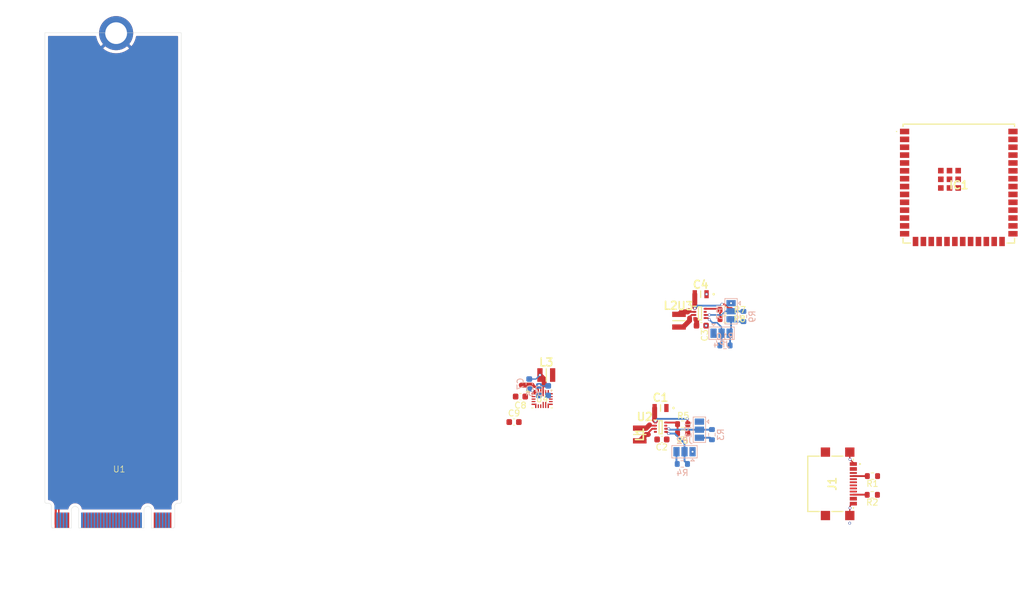
<source format=kicad_pcb>
(kicad_pcb (version 20241229) (generator "pcbnew") (generator_version "9.0")
  (layers (0 "F.Cu" signal) (2 "B.Cu" signal) (13 "F.Paste" user) (15 "B.Paste" user) (5 "F.SilkS" user "F.Silkscreen") (7 "B.SilkS" user "B.Silkscreen") (1 "F.Mask" user) (3 "B.Mask" user) (25 "Edge.Cuts" user))
  (net 0 "")
  (net 91 "GND")
  (net 92 "D-")
  (net 93 "+3V3")
  (net 94 "D+")
  (net 96 "VBUS")
  (net 97 "Net-(J1-CC2)")
  (net 98 "Net-(J1-CC1)")
  (net 100 "+5V")
  (net 101 "3V3_Mode")
  (net 102 "VDD")
  (net 103 "3V3_En")
  (net 104 "5V_Mode")
  (net 105 "5V_En")
  (net 106 "Net-(U2-LX2)")
  (net 107 "Net-(U2-LX1)")
  (net 108 "Net-(U3-LX2)")
  (net 109 "Net-(U3-LX1)")
  (net 110 "FB3V3")
  (net 111 "FB5V")
  (net 112 "PMID")
  (net 113 "SW")
  (net 114 "BTST")
  (net 115 "REGN")
  (net 117 "BAT_CHRG_EN")
  (net 119 "STAT")
  (net 122 "SDA")
  (net 124 "INT")
  (net 126 "SCL")
  (footprint "SamacSys_Parts:SOTFL50P160X60-8N" (layer "F.Cu") (at 169.6555 87.975)
    (property "Reference" "U2" (at -2.563 -1.675 0) (layer "F.SilkS") (effects (font (size 1.27 1.27) (thickness 0.254))))
    (property "Value" "TPS631000DRLR" (hide yes))
    (pad "1" smd rect (at -0.838 -0.75 90) (size 0.3 0.475) (layers "F.Cu" "F.Mask" "F.Paste") (net 93 "+3V3"))
    (pad "2" smd rect (at -0.838 -0.25 90) (size 0.3 0.475) (layers "F.Cu" "F.Mask" "F.Paste") (net 106 "Net-(U2-LX2)"))
    (pad "3" smd rect (at -0.838 0.25 90) (size 0.3 0.475) (layers "F.Cu" "F.Mask" "F.Paste") (net 107 "Net-(U2-LX1)"))
    (pad "4" smd rect (at -0.838 0.75 90) (size 0.3 0.475) (layers "F.Cu" "F.Mask" "F.Paste") (net 102 "VDD"))
    (pad "5" smd rect (at 0.838 0.75 90) (size 0.3 0.475) (layers "F.Cu" "F.Mask" "F.Paste") (net 103 "3V3_En"))
    (pad "6" smd rect (at 0.838 0.25 90) (size 0.3 0.475) (layers "F.Cu" "F.Mask" "F.Paste") (net 101 "3V3_Mode"))
    (pad "7" smd rect (at 0.838 -0.25 90) (size 0.3 0.475) (layers "F.Cu" "F.Mask" "F.Paste") (net 91 "GND"))
    (pad "8" smd rect (at 0.838 -0.75 90) (size 0.3 0.475) (layers "F.Cu" "F.Mask" "F.Paste") (net 110 "FB3V3"))
  )
  (footprint "Capacitor_SMD:C_0603_1608Metric" (layer "F.Cu") (at 169.8675 89.95)
    (property "Reference" "C2" (at -0.025 1.25 180) (layer "F.SilkS"))
    (property "Value" "22u")
    (pad "1" smd roundrect (at -0.775 0) (size 0.9 0.95) (layers "F.Cu" "F.Mask" "F.Paste") (net 102 "VDD"))
    (pad "2" smd roundrect (at 0.775 0) (size 0.9 0.95) (layers "F.Cu" "F.Mask" "F.Paste") (net 91 "GND"))
  )
  (footprint "Resistor_SMD:R_0603_1608Metric" (layer "F.Cu") (at 203.835 98.89 180)
    (property "Reference" "R2" (at 0 -1.225 0) (layer "F.SilkS"))
    (property "Value" "5k1")
    (pad "1" smd roundrect (at -0.825 0 180) (size 0.8 0.95) (layers "F.Cu" "F.Mask" "F.Paste") (net 91 "GND"))
    (pad "2" smd roundrect (at 0.825 0 180) (size 0.8 0.95) (layers "F.Cu" "F.Mask" "F.Paste") (net 97 "Net-(J1-CC2)"))
  )
  (footprint "Capacitor_SMD:C_0603_1608Metric" (layer "F.Cu") (at 176.225 71.575)
    (property "Reference" "C3" (at 0.55 1.575 90) (layer "F.SilkS"))
    (property "Value" "22u")
    (pad "1" smd roundrect (at -0.775 0) (size 0.9 0.95) (layers "F.Cu" "F.Mask" "F.Paste") (net 102 "VDD"))
    (pad "2" smd roundrect (at 0.775 0) (size 0.9 0.95) (layers "F.Cu" "F.Mask" "F.Paste") (net 91 "GND"))
  )
  (footprint "SamacSys_Parts:GRM21BR60J226ME39L" (layer "F.Cu") (at 169.6425 84.875 180)
    (property "Reference" "C1" (at 0 1.675 0) (layer "F.SilkS") (effects (font (size 1.27 1.27) (thickness 0.254))))
    (property "Value" "GRM219R60J476ME44D" (hide yes))
    (pad "1" smd rect (at -0.95 0 180) (size 0.7 1.3) (layers "F.Cu" "F.Mask" "F.Paste") (net 91 "GND"))
    (pad "2" smd rect (at 0.95 0 180) (size 0.7 1.3) (layers "F.Cu" "F.Mask" "F.Paste") (net 93 "+3V3"))
  )
  (footprint "SamacSys_Parts:DFE2HCAH1R0MJ0L" (layer "F.Cu") (at 166.2925 89.15 90)
    (property "Reference" "L1" (at 0 0 90) (layer "F.SilkS") (effects (font (size 1.27 1.27) (thickness 0.254))))
    (property "Value" "DFE252012P-1R0M=P2" (hide yes))
    (pad "1" smd rect (at -1.025 0 90) (size 0.85 2.2) (layers "F.Cu" "F.Mask" "F.Paste") (net 107 "Net-(U2-LX1)"))
    (pad "2" smd rect (at 1.025 0 90) (size 0.85 2.2) (layers "F.Cu" "F.Mask" "F.Paste") (net 106 "Net-(U2-LX2)"))
  )
  (footprint "Resistor_SMD:R_0603_1608Metric" (layer "F.Cu") (at 180.075 69.05 180)
    (property "Reference" "R7" (at -2.375 0.025 0) (layer "F.SilkS"))
    (property "Value" "511k")
    (pad "1" smd roundrect (at -0.825 0 180) (size 0.8 0.95) (layers "F.Cu" "F.Mask" "F.Paste") (net 100 "+5V"))
    (pad "2" smd roundrect (at 0.825 0 180) (size 0.8 0.95) (layers "F.Cu" "F.Mask" "F.Paste") (net 111 "FB5V"))
  )
  (footprint "SamacSys_Parts:SOTFL50P160X60-8N" (layer "F.Cu") (at 176.013 69.6)
    (property "Reference" "U3" (at -2.388 -1.2 0) (layer "F.SilkS") (effects (font (size 1.27 1.27) (thickness 0.254))))
    (property "Value" "TPS631000DRLR" (hide yes))
    (pad "1" smd rect (at -0.838 -0.75 90) (size 0.3 0.475) (layers "F.Cu" "F.Mask" "F.Paste") (net 100 "+5V"))
    (pad "2" smd rect (at -0.838 -0.25 90) (size 0.3 0.475) (layers "F.Cu" "F.Mask" "F.Paste") (net 108 "Net-(U3-LX2)"))
    (pad "3" smd rect (at -0.838 0.25 90) (size 0.3 0.475) (layers "F.Cu" "F.Mask" "F.Paste") (net 109 "Net-(U3-LX1)"))
    (pad "4" smd rect (at -0.838 0.75 90) (size 0.3 0.475) (layers "F.Cu" "F.Mask" "F.Paste") (net 102 "VDD"))
    (pad "5" smd rect (at 0.838 0.75 90) (size 0.3 0.475) (layers "F.Cu" "F.Mask" "F.Paste") (net 105 "5V_En"))
    (pad "6" smd rect (at 0.838 0.25 90) (size 0.3 0.475) (layers "F.Cu" "F.Mask" "F.Paste") (net 104 "5V_Mode"))
    (pad "7" smd rect (at 0.838 -0.25 90) (size 0.3 0.475) (layers "F.Cu" "F.Mask" "F.Paste") (net 91 "GND"))
    (pad "8" smd rect (at 0.838 -0.75 90) (size 0.3 0.475) (layers "F.Cu" "F.Mask" "F.Paste") (net 111 "FB5V"))
  )
  (footprint "Capacitor_SMD:C_0603_1608Metric" (layer "F.Cu") (at 145.995 87.145)
    (property "Reference" "C9" (at 0 -1.43 0) (layer "F.SilkS"))
    (property "Value" "20u")
    (pad "1" smd roundrect (at -0.775 0) (size 0.9 0.95) (layers "F.Cu" "F.Mask" "F.Paste") (net 102 "VDD"))
    (pad "2" smd roundrect (at 0.775 0) (size 0.9 0.95) (layers "F.Cu" "F.Mask" "F.Paste") (net 91 "GND"))
  )
  (footprint "Capacitor_SMD:C_0603_1608Metric" (layer "F.Cu") (at 147.025 83.025 180)
    (property "Reference" "C8" (at 0 -1.43 0) (layer "F.SilkS"))
    (property "Value" "4u7")
    (pad "1" smd roundrect (at -0.775 0 180) (size 0.9 0.95) (layers "F.Cu" "F.Mask" "F.Paste") (net 115 "REGN"))
    (pad "2" smd roundrect (at 0.775 0 180) (size 0.9 0.95) (layers "F.Cu" "F.Mask" "F.Paste") (net 91 "GND"))
  )
  (footprint "SamacSys_Parts:DFE2HCAH1R0MJ0L" (layer "F.Cu") (at 151.2 79.55)
    (property "Reference" "L3" (at 0 -2.05 0) (layer "F.SilkS") (effects (font (size 1.27 1.27) (thickness 0.254))))
    (property "Value" "DFE252012P-1R0M=P2" (hide yes))
    (pad "1" smd rect (at -1.025 0) (size 0.85 2.2) (layers "F.Cu" "F.Mask" "F.Paste") (net 113 "SW"))
    (pad "2" smd rect (at 1.025 0) (size 0.85 2.2) (layers "F.Cu" "F.Mask" "F.Paste") (net 102 "VDD"))
  )
  (footprint "Resistor_SMD:R_0603_1608Metric" (layer "F.Cu") (at 173.2175 87.475 180)
    (property "Reference" "R5" (at -0.1 1.35 0) (layer "F.SilkS"))
    (property "Value" "511k")
    (pad "1" smd roundrect (at -0.825 0 180) (size 0.8 0.95) (layers "F.Cu" "F.Mask" "F.Paste") (net 93 "+3V3"))
    (pad "2" smd roundrect (at 0.825 0 180) (size 0.8 0.95) (layers "F.Cu" "F.Mask" "F.Paste") (net 110 "FB3V3"))
  )
  (footprint "M.2 Connectors:B+M 2280" (layer "F.Cu") (at 81.75 104.3)
    (property "Reference" "U1" (at 0.5 -9.55 0) (layer "F.SilkS") (effects (font (thickness 0.1))))
    (property "Value" "~")
    (fp_line (start -11.5 -80) (end -6 -80) (stroke (width 0.05)) (layer "Edge.Cuts"))
    (fp_line (start -11.5 -41.55) (end -11.5 -4.25) (stroke (width 0.05)) (layer "Edge.Cuts"))
    (fp_line (start -11.5 -41.5) (end -11.5 -80) (stroke (width 0.05)) (layer "Edge.Cuts"))
    (fp_line (start -11.3 -4.05) (end -10.95 -4.05) (stroke (width 0.05)) (layer "Edge.Cuts"))
    (fp_line (start -10.45 -3.55) (end -10.45 -0.25) (stroke (width 0.05)) (layer "Edge.Cuts"))
    (fp_line (start -7.225 -2.95) (end -7.225 -0.05) (stroke (width 0.05)) (layer "Edge.Cuts"))
    (fp_line (start -7.225 -0.05) (end -10.25 -0.05) (stroke (width 0.05)) (layer "Edge.Cuts"))
    (fp_line (start -6.025 -2.95) (end -6.025 -0.05) (stroke (width 0.05)) (layer "Edge.Cuts"))
    (fp_line (start -6.025 -0.05) (end 4.5 -0.05) (stroke (width 0.05)) (layer "Edge.Cuts"))
    (fp_line (start -1.75 -80) (end -6 -80) (stroke (width 0.05)) (layer "Edge.Cuts"))
    (fp_line (start 4.5 -2.95) (end 4.5 -0.05) (stroke (width 0.05)) (layer "Edge.Cuts"))
    (fp_line (start 5.7 -2.95) (end 5.7 -0.05) (stroke (width 0.05)) (layer "Edge.Cuts"))
    (fp_line (start 5.7 -0.05) (end 9.25 -0.05) (stroke (width 0.05)) (layer "Edge.Cuts"))
    (fp_line (start 9.45 -0.25) (end 9.45 -3.55) (stroke (width 0.05)) (layer "Edge.Cuts"))
    (fp_line (start 9.95 -4.05) (end 10.3 -4.05) (stroke (width 0.05)) (layer "Edge.Cuts"))
    (fp_line (start 10.5 -80) (end 1.75 -80) (stroke (width 0.05)) (layer "Edge.Cuts"))
    (fp_line (start 10.5 -41.5) (end 10.5 -80) (stroke (width 0.05)) (layer "Edge.Cuts"))
    (fp_line (start 10.5 -4.25) (end 10.5 -41.55) (stroke (width 0.05)) (layer "Edge.Cuts"))
    (fp_arc (start -11.3 -4.05) (mid -11.441421 -4.108579) (end -11.5 -4.25) (stroke (width 0.05)) (layer "Edge.Cuts"))
    (fp_arc (start -10.95 -4.05) (mid -10.596447 -3.903553) (end -10.45 -3.55) (stroke (width 0.05)) (layer "Edge.Cuts"))
    (fp_arc (start -10.25 -0.05) (mid -10.391421 -0.108579) (end -10.45 -0.25) (stroke (width 0.05)) (layer "Edge.Cuts"))
    (fp_arc (start -7.225 -2.95) (mid -7.049264 -3.374264) (end -6.625 -3.55) (stroke (width 0.05)) (layer "Edge.Cuts"))
    (fp_arc (start -6.625 -3.55) (mid -6.200736 -3.374264) (end -6.025 -2.95) (stroke (width 0.05)) (layer "Edge.Cuts"))
    (fp_arc (start 1.75 -80) (mid 0 -78.25) (end -1.75 -80) (stroke (width 0.05)) (layer "Edge.Cuts"))
    (fp_arc (start 4.5 -2.95) (mid 4.675736 -3.374264) (end 5.1 -3.55) (stroke (width 0.05)) (layer "Edge.Cuts"))
    (fp_arc (start 5.1 -3.55) (mid 5.524264 -3.374264) (end 5.7 -2.95) (stroke (width 0.05)) (layer "Edge.Cuts"))
    (fp_arc (start 9.45 -3.55) (mid 9.596447 -3.903553) (end 9.95 -4.05) (stroke (width 0.05)) (layer "Edge.Cuts"))
    (fp_arc (start 9.45 -0.25) (mid 9.391421 -0.108579) (end 9.25 -0.05) (stroke (width 0.05)) (layer "Edge.Cuts"))
    (fp_arc (start 10.5 -4.25) (mid 10.441421 -4.108579) (end 10.3 -4.05) (stroke (width 0.05)) (layer "Edge.Cuts"))
    (pad "MP1" thru_hole custom (at 0 -79.95 90) (size 5.5 5.5) (drill 3.5) (property pad_prop_castellated) (layers "*.Cu" "*.Mask") (net 91 "GND") (options (clearance outline) (anchor circle)) (primitives))
    (pad "P$1" smd rect (at 8.75 -1.3) (size 0.35 2.5) (layers "F.Cu" "F.Mask" "F.Paste"))
    (pad "P$2" smd rect (at 8.5 -1.3) (size 0.35 2.5) (layers "B.Cu" "B.Mask" "B.Paste"))
    (pad "P$3" smd rect (at 8.25 -1.3) (size 0.35 2.5) (layers "F.Cu" "F.Mask" "F.Paste"))
    (pad "P$4" smd rect (at 8 -1.3) (size 0.35 2.5) (layers "B.Cu" "B.Mask" "B.Paste"))
    (pad "P$5" smd rect (at 7.75 -1.3) (size 0.35 2.5) (layers "F.Cu" "F.Mask" "F.Paste"))
    (pad "P$6" smd rect (at 7.5 -1.3) (size 0.35 2.5) (layers "B.Cu" "B.Mask" "B.Paste"))
    (pad "P$7" smd rect (at 7.25 -1.3) (size 0.35 2.5) (layers "F.Cu" "F.Mask" "F.Paste"))
    (pad "P$8" smd rect (at 7 -1.3) (size 0.35 2.5) (layers "B.Cu" "B.Mask" "B.Paste"))
    (pad "P$9" smd rect (at 6.75 -1.3) (size 0.35 2.5) (layers "F.Cu" "F.Mask" "F.Paste"))
    (pad "P$10" smd rect (at 6.5 -1.3) (size 0.35 2.5) (layers "B.Cu" "B.Mask" "B.Paste"))
    (pad "P$11" smd rect (at 6.25 -1.3) (size 0.35 2.5) (layers "F.Cu" "F.Mask" "F.Paste"))
    (pad "P$20" smd rect (at 4 -1.3) (size 0.35 2.5) (layers "B.Cu" "B.Mask" "B.Paste"))
    (pad "P$21" smd rect (at 3.75 -1.3) (size 0.35 2.5) (layers "F.Cu" "F.Mask" "F.Paste"))
    (pad "P$22" smd rect (at 3.5 -1.3) (size 0.35 2.5) (layers "B.Cu" "B.Mask" "B.Paste"))
    (pad "P$23" smd rect (at 3.25 -1.3) (size 0.35 2.5) (layers "F.Cu" "F.Mask" "F.Paste"))
    (pad "P$24" smd rect (at 3 -1.3) (size 0.35 2.5) (layers "B.Cu" "B.Mask" "B.Paste"))
    (pad "P$25" smd rect (at 2.75 -1.3) (size 0.35 2.5) (layers "F.Cu" "F.Mask" "F.Paste"))
    (pad "P$26" smd rect (at 2.5 -1.3) (size 0.35 2.5) (layers "B.Cu" "B.Mask" "B.Paste"))
    (pad "P$27" smd rect (at 2.25 -1.3) (size 0.35 2.5) (layers "F.Cu" "F.Mask" "F.Paste"))
    (pad "P$28" smd rect (at 2 -1.3) (size 0.35 2.5) (layers "B.Cu" "B.Mask" "B.Paste"))
    (pad "P$29" smd rect (at 1.75 -1.3) (size 0.35 2.5) (layers "F.Cu" "F.Mask" "F.Paste"))
    (pad "P$30" smd rect (at 1.5 -1.3) (size 0.35 2.5) (layers "B.Cu" "B.Mask" "B.Paste"))
    (pad "P$31" smd rect (at 1.25 -1.3) (size 0.35 2.5) (layers "F.Cu" "F.Mask" "F.Paste"))
    (pad "P$32" smd rect (at 1 -1.3) (size 0.35 2.5) (layers "B.Cu" "B.Mask" "B.Paste"))
    (pad "P$33" smd rect (at 0.75 -1.3) (size 0.35 2.5) (layers "F.Cu" "F.Mask" "F.Paste"))
    (pad "P$34" smd rect (at 0.5 -1.3) (size 0.35 2.5) (layers "B.Cu" "B.Mask" "B.Paste"))
    (pad "P$35" smd rect (at 0.25 -1.3) (size 0.35 2.5) (layers "F.Cu" "F.Mask" "F.Paste"))
    (pad "P$36" smd rect (at 0 -1.3) (size 0.35 2.5) (layers "B.Cu" "B.Mask" "B.Paste"))
    (pad "P$37" smd rect (at -0.25 -1.3) (size 0.35 2.5) (layers "F.Cu" "F.Mask" "F.Paste"))
    (pad "P$38" smd rect (at -0.5 -1.3) (size 0.35 2.5) (layers "B.Cu" "B.Mask" "B.Paste"))
    (pad "P$39" smd rect (at -0.75 -1.3) (size 0.35 2.5) (layers "F.Cu" "F.Mask" "F.Paste"))
    (pad "P$40" smd rect (at -1 -1.3) (size 0.35 2.5) (layers "B.Cu" "B.Mask" "B.Paste"))
    (pad "P$41" smd rect (at -1.25 -1.3) (size 0.35 2.5) (layers "F.Cu" "F.Mask" "F.Paste"))
    (pad "P$42" smd rect (at -1.5 -1.3) (size 0.35 2.5) (layers "B.Cu" "B.Mask" "B.Paste"))
    (pad "P$43" smd rect (at -1.75 -1.3) (size 0.35 2.5) (layers "F.Cu" "F.Mask" "F.Paste"))
    (pad "P$44" smd rect (at -2 -1.3) (size 0.35 2.5) (layers "B.Cu" "B.Mask" "B.Paste"))
    (pad "P$45" smd rect (at -2.25 -1.3) (size 0.35 2.5) (layers "F.Cu" "F.Mask" "F.Paste"))
    (pad "P$46" smd rect (at -2.5 -1.3) (size 0.35 2.5) (layers "B.Cu" "B.Mask" "B.Paste"))
    (pad "P$47" smd rect (at -2.75 -1.3) (size 0.35 2.5) (layers "F.Cu" "F.Mask" "F.Paste"))
    (pad "P$48" smd rect (at -3 -1.3) (size 0.35 2.5) (layers "B.Cu" "B.Mask" "B.Paste"))
    (pad "P$49" smd rect (at -3.25 -1.3) (size 0.35 2.5) (layers "F.Cu" "F.Mask" "F.Paste"))
    (pad "P$50" smd rect (at -3.5 -1.3) (size 0.35 2.5) (layers "B.Cu" "B.Mask" "B.Paste"))
    (pad "P$51" smd rect (at -3.75 -1.3) (size 0.35 2.5) (layers "F.Cu" "F.Mask" "F.Paste"))
    (pad "P$52" smd rect (at -4 -1.3) (size 0.35 2.5) (layers "B.Cu" "B.Mask" "B.Paste"))
    (pad "P$53" smd rect (at -4.25 -1.3) (size 0.35 2.5) (layers "F.Cu" "F.Mask" "F.Paste"))
    (pad "P$54" smd rect (at -4.5 -1.3) (size 0.35 2.5) (layers "B.Cu" "B.Mask" "B.Paste"))
    (pad "P$55" smd rect (at -4.75 -1.3) (size 0.35 2.5) (layers "F.Cu" "F.Mask" "F.Paste"))
    (pad "P$56" smd rect (at -5 -1.3) (size 0.35 2.5) (layers "B.Cu" "B.Mask" "B.Paste"))
    (pad "P$57" smd rect (at -5.25 -1.3) (size 0.35 2.5) (layers "F.Cu" "F.Mask" "F.Paste"))
    (pad "P$58" smd rect (at -5.5 -1.3) (size 0.35 2.5) (layers "B.Cu" "B.Mask" "B.Paste"))
    (pad "P$67" smd rect (at -7.75 -1.3) (size 0.35 2.5) (layers "F.Cu" "F.Mask" "F.Paste"))
    (pad "P$68" smd rect (at -8 -1.3) (size 0.35 2.5) (layers "B.Cu" "B.Mask" "B.Paste"))
    (pad "P$69" smd rect (at -8.25 -1.3) (size 0.35 2.5) (layers "F.Cu" "F.Mask" "F.Paste"))
    (pad "P$70" smd rect (at -8.5 -1.3) (size 0.35 2.5) (layers "B.Cu" "B.Mask" "B.Paste"))
    (pad "P$71" smd rect (at -8.75 -1.3) (size 0.35 2.5) (layers "F.Cu" "F.Mask" "F.Paste"))
    (pad "P$72" smd rect (at -9 -1.3) (size 0.35 2.5) (layers "B.Cu" "B.Mask" "B.Paste") (net 100 "+5V"))
    (pad "P$73" smd rect (at -9.25 -1.3) (size 0.35 2.5) (layers "F.Cu" "F.Mask" "F.Paste") (net 91 "GND"))
    (pad "P$74" smd rect (at -9.5 -1.3) (size 0.35 2.5) (layers "B.Cu" "B.Mask" "B.Paste") (net 100 "+5V"))
    (pad "P$75" smd rect (at -9.75 -1.3) (size 0.35 2.5) (layers "F.Cu" "F.Mask" "F.Paste") (net 91 "GND"))
  )
  (footprint "SamacSys_Parts:ESP32S3WROOM1UN4" (layer "F.Cu") (at 217.8 48.89)
    (property "Reference" "IC1" (at 0 0 0) (layer "F.SilkS") (effects (font (size 1.27 1.27) (thickness 0.254))))
    (property "Value" "ESP32-S3-WROOM-1U-N4" (hide yes))
    (pad "1" smd rect (at -8.75 -8.66 90) (size 0.9 1.5) (layers "F.Cu" "F.Mask" "F.Paste") (net 91 "GND"))
    (pad "2" smd rect (at -8.75 -7.39 90) (size 0.9 1.5) (layers "F.Cu" "F.Mask" "F.Paste") (net 93 "+3V3"))
    (pad "3" smd rect (at -8.75 -6.12 90) (size 0.9 1.5) (layers "F.Cu" "F.Mask" "F.Paste"))
    (pad "4" smd rect (at -8.75 -4.85 90) (size 0.9 1.5) (layers "F.Cu" "F.Mask" "F.Paste"))
    (pad "5" smd rect (at -8.75 -3.58 90) (size 0.9 1.5) (layers "F.Cu" "F.Mask" "F.Paste"))
    (pad "6" smd rect (at -8.75 -2.31 90) (size 0.9 1.5) (layers "F.Cu" "F.Mask" "F.Paste"))
    (pad "7" smd rect (at -8.75 -1.04 90) (size 0.9 1.5) (layers "F.Cu" "F.Mask" "F.Paste"))
    (pad "8" smd rect (at -8.75 0.23 90) (size 0.9 1.5) (layers "F.Cu" "F.Mask" "F.Paste"))
    (pad "9" smd rect (at -8.75 1.5 90) (size 0.9 1.5) (layers "F.Cu" "F.Mask" "F.Paste"))
    (pad "10" smd rect (at -8.75 2.77 90) (size 0.9 1.5) (layers "F.Cu" "F.Mask" "F.Paste"))
    (pad "11" smd rect (at -8.75 4.04 90) (size 0.9 1.5) (layers "F.Cu" "F.Mask" "F.Paste"))
    (pad "12" smd rect (at -8.75 5.31 90) (size 0.9 1.5) (layers "F.Cu" "F.Mask" "F.Paste"))
    (pad "13" smd rect (at -8.75 6.58 90) (size 0.9 1.5) (layers "F.Cu" "F.Mask" "F.Paste") (net 92 "D-"))
    (pad "14" smd rect (at -8.75 7.85 90) (size 0.9 1.5) (layers "F.Cu" "F.Mask" "F.Paste") (net 94 "D+"))
    (pad "15" smd rect (at -6.985 9.1) (size 0.9 1.5) (layers "F.Cu" "F.Mask" "F.Paste"))
    (pad "16" smd rect (at -5.715 9.1) (size 0.9 1.5) (layers "F.Cu" "F.Mask" "F.Paste"))
    (pad "17" smd rect (at -4.445 9.1) (size 0.9 1.5) (layers "F.Cu" "F.Mask" "F.Paste"))
    (pad "18" smd rect (at -3.175 9.1) (size 0.9 1.5) (layers "F.Cu" "F.Mask" "F.Paste"))
    (pad "19" smd rect (at -1.905 9.1) (size 0.9 1.5) (layers "F.Cu" "F.Mask" "F.Paste"))
    (pad "20" smd rect (at -0.635 9.1) (size 0.9 1.5) (layers "F.Cu" "F.Mask" "F.Paste"))
    (pad "21" smd rect (at 0.635 9.1) (size 0.9 1.5) (layers "F.Cu" "F.Mask" "F.Paste"))
    (pad "22" smd rect (at 1.905 9.1) (size 0.9 1.5) (layers "F.Cu" "F.Mask" "F.Paste"))
    (pad "23" smd rect (at 3.175 9.1) (size 0.9 1.5) (layers "F.Cu" "F.Mask" "F.Paste"))
    (pad "24" smd rect (at 4.445 9.1) (size 0.9 1.5) (layers "F.Cu" "F.Mask" "F.Paste"))
    (pad "25" smd rect (at 5.715 9.1) (size 0.9 1.5) (layers "F.Cu" "F.Mask" "F.Paste"))
    (pad "26" smd rect (at 6.985 9.1) (size 0.9 1.5) (layers "F.Cu" "F.Mask" "F.Paste"))
    (pad "27" smd rect (at 8.75 7.85 90) (size 0.9 1.5) (layers "F.Cu" "F.Mask" "F.Paste"))
    (pad "28" smd rect (at 8.75 6.58 90) (size 0.9 1.5) (layers "F.Cu" "F.Mask" "F.Paste"))
    (pad "29" smd rect (at 8.75 5.31 90) (size 0.9 1.5) (layers "F.Cu" "F.Mask" "F.Paste"))
    (pad "30" smd rect (at 8.75 4.04 90) (size 0.9 1.5) (layers "F.Cu" "F.Mask" "F.Paste"))
    (pad "31" smd rect (at 8.75 2.77 90) (size 0.9 1.5) (layers "F.Cu" "F.Mask" "F.Paste"))
    (pad "32" smd rect (at 8.75 1.5 90) (size 0.9 1.5) (layers "F.Cu" "F.Mask" "F.Paste"))
    (pad "33" smd rect (at 8.75 0.23 90) (size 0.9 1.5) (layers "F.Cu" "F.Mask" "F.Paste"))
    (pad "34" smd rect (at 8.75 -1.04 90) (size 0.9 1.5) (layers "F.Cu" "F.Mask" "F.Paste"))
    (pad "35" smd rect (at 8.75 -2.31 90) (size 0.9 1.5) (layers "F.Cu" "F.Mask" "F.Paste"))
    (pad "36" smd rect (at 8.75 -3.58 90) (size 0.9 1.5) (layers "F.Cu" "F.Mask" "F.Paste"))
    (pad "37" smd rect (at 8.75 -4.85 90) (size 0.9 1.5) (layers "F.Cu" "F.Mask" "F.Paste"))
    (pad "38" smd rect (at 8.75 -6.12 90) (size 0.9 1.5) (layers "F.Cu" "F.Mask" "F.Paste"))
    (pad "39" smd rect (at 8.75 -7.39 90) (size 0.9 1.5) (layers "F.Cu" "F.Mask" "F.Paste"))
    (pad "40" smd rect (at 8.75 -8.66 90) (size 0.9 1.5) (layers "F.Cu" "F.Mask" "F.Paste") (net 91 "GND"))
    (pad "41" smd rect (at -1.5 -0.94 90) (size 0.9 0.9) (layers "F.Cu" "F.Mask" "F.Paste") (net 91 "GND"))
    (pad "42" smd rect (at -0.1 -0.94 90) (size 0.9 0.9) (layers "F.Cu" "F.Mask" "F.Paste") (net 91 "GND"))
    (pad "43" smd rect (at -0.1 -2.34 90) (size 0.9 0.9) (layers "F.Cu" "F.Mask" "F.Paste") (net 91 "GND"))
    (pad "44" smd rect (at -1.5 -2.34 90) (size 0.9 0.9) (layers "F.Cu" "F.Mask" "F.Paste") (net 91 "GND"))
    (pad "45" smd rect (at -2.9 -2.34 90) (size 0.9 0.9) (layers "F.Cu" "F.Mask" "F.Paste") (net 91 "GND"))
    (pad "46" smd rect (at -2.9 -0.94 90) (size 0.9 0.9) (layers "F.Cu" "F.Mask" "F.Paste") (net 91 "GND"))
    (pad "47" smd rect (at -2.9 0.46 90) (size 0.9 0.9) (layers "F.Cu" "F.Mask" "F.Paste") (net 91 "GND"))
    (pad "48" smd rect (at -1.5 0.46 90) (size 0.9 0.9) (layers "F.Cu" "F.Mask" "F.Paste") (net 91 "GND"))
    (pad "49" smd rect (at -0.1 0.46 90) (size 0.9 0.9) (layers "F.Cu" "F.Mask" "F.Paste") (net 91 "GND"))
  )
  (footprint "SamacSys_Parts:GRM21BR60J226ME39L" (layer "F.Cu") (at 176.125 66.5 180)
    (property "Reference" "C4" (at 0 1.55 0) (layer "F.SilkS") (effects (font (size 1.27 1.27) (thickness 0.254))))
    (property "Value" "GRM219R60J476ME44D" (hide yes))
    (pad "1" smd rect (at -0.95 0 180) (size 0.7 1.3) (layers "F.Cu" "F.Mask" "F.Paste") (net 91 "GND"))
    (pad "2" smd rect (at 0.95 0 180) (size 0.7 1.3) (layers "F.Cu" "F.Mask" "F.Paste") (net 100 "+5V"))
  )
  (footprint "footprints:WQFN-HR18_RYK_TEX" (layer "F.Cu") (at 150.530702 83.430699)
    (property "Reference" "U4" (at 0 0 0) (layer "F.SilkS"))
    (property "Value" "BQ25622ERYKR")
    (fp_poly (pts (xy -1.700502 -0.949999) (xy -1.700502 -0.749999) (xy -0.924999 -0.750001) (xy -0.924999 -1.45) (xy -1.124999 -1.45) (xy -1.124999 -0.949999)) (fill yes) (layer "F.Cu"))
    (fp_poly (pts (xy -1.700502 0.949999) (xy -1.700502 0.750001) (xy -0.924999 0.750001) (xy -0.924999 1.45) (xy -1.124999 1.45) (xy -1.124999 0.949999)) (fill yes) (layer "F.Cu"))
    (fp_poly (pts (xy 0.874999 -1.45) (xy 0.874999 -0.750001) (xy 1.699999 -0.749999) (xy 1.699999 -0.949999) (xy 1.074999 -0.949999) (xy 1.074999 -1.45)) (fill yes) (layer "F.Cu"))
    (fp_poly (pts (xy 0.874999 1.45) (xy 0.874999 0.749999) (xy 1.699999 0.749999) (xy 1.699999 0.949999) (xy 1.074999 0.949999) (xy 1.074999 1.45)) (fill yes) (layer "F.Cu"))
    (fp_text user "*" (at -2.335 -0.85 0) (layer "F.SilkS"))
    (fp_text user "*" (at -2.335 -0.85 0) (layer "F.SilkS"))
    (pad "1" smd rect (at -1.41275 -0.849999 90) (size 0.199999 0.575503) (layers "F.Cu" "F.Mask" "F.Paste") (net 114 "BTST"))
    (pad "1" smd rect (at -1.024999 -1.199998) (size 0.2 0.499998) (layers "F.Cu" "F.Mask" "F.Paste") (net 114 "BTST"))
    (pad "1" smd rect (at -1.024998 -0.85) (size 0.199998 0.199998) (layers "F.Cu" "F.Mask" "F.Paste") (net 114 "BTST"))
    (pad "2" smd rect (at -1.388 -0.392999) (size 0.624992 0.2) (layers "F.Cu" "F.Mask" "F.Paste") (net 115 "REGN"))
    (pad "3" smd rect (at -1.388 0.007) (size 0.624992 0.2) (layers "F.Cu" "F.Mask" "F.Paste"))
    (pad "4" smd rect (at -1.388 0.406999) (size 0.624992 0.2) (layers "F.Cu" "F.Mask" "F.Paste"))
    (pad "5" smd rect (at -1.412749 0.85) (size 0.575505 0.199998) (layers "F.Cu" "F.Mask" "F.Paste"))
    (pad "5" smd rect (at -1.024999 1.199999 90) (size 0.500001 0.2) (layers "F.Cu" "F.Mask" "F.Paste"))
    (pad "5" smd rect (at -1.024998 0.849999) (size 0.199998 0.199996) (layers "F.Cu" "F.Mask" "F.Paste"))
    (pad "6" smd rect (at -0.624999 1.15 90) (size 0.599999 0.2) (layers "F.Cu" "F.Mask" "F.Paste"))
    (pad "7" smd rect (at -0.225 1.15 90) (size 0.599999 0.2) (layers "F.Cu" "F.Mask" "F.Paste"))
    (pad "8" smd rect (at 0.175 0.95) (size 0.2 0.999998) (layers "F.Cu" "F.Mask" "F.Paste"))
    (pad "9" smd rect (at 0.574999 0.95) (size 0.2 0.999998) (layers "F.Cu" "F.Mask" "F.Paste") (net 102 "VDD"))
    (pad "10" smd rect (at 0.974999 1.099999) (size 0.2 0.7) (layers "F.Cu" "F.Mask" "F.Paste") (net 119 "STAT"))
    (pad "10" smd rect (at 1.387498 0.849999 90) (size 0.2 0.624998) (layers "F.Cu" "F.Mask" "F.Paste") (net 119 "STAT"))
    (pad "11" smd rect (at 1.4 0.406999) (size 0.599999 0.2) (layers "F.Cu" "F.Mask" "F.Paste") (net 124 "INT"))
    (pad "12" smd rect (at 1.4 0.007) (size 0.599999 0.2) (layers "F.Cu" "F.Mask" "F.Paste") (net 122 "SDA"))
    (pad "13" smd rect (at 1.4 -0.392999) (size 0.599999 0.2) (layers "F.Cu" "F.Mask" "F.Paste") (net 126 "SCL"))
    (pad "14" smd rect (at 0.974999 -1.1) (size 0.2 0.7) (layers "F.Cu" "F.Mask" "F.Paste") (net 117 "BAT_CHRG_EN"))
    (pad "14" smd rect (at 1.387497 -0.849999 90) (size 0.199999 0.624996) (layers "F.Cu" "F.Mask" "F.Paste") (net 117 "BAT_CHRG_EN"))
    (pad "15" smd rect (at 0.574999 -0.95) (size 0.2 0.999998) (layers "F.Cu" "F.Mask" "F.Paste") (net 91 "GND"))
    (pad "16" smd rect (at 0.175 -0.95) (size 0.2 0.999998) (layers "F.Cu" "F.Mask" "F.Paste") (net 113 "SW"))
    (pad "17" smd rect (at -0.225 -0.95) (size 0.2 0.999998) (layers "F.Cu" "F.Mask" "F.Paste") (net 112 "PMID"))
    (pad "18" smd rect (at -0.624999 -1.141 90) (size 0.618998 0.2) (layers "F.Cu" "F.Mask" "F.Paste") (net 96 "VBUS"))
  )
  (footprint "SamacSys_Parts:GSB1C41110SSHR" (layer "F.Cu") (at 197.385 97.115 -90)
    (property "Reference" "J1" (at 0 0 90) (layer "F.SilkS") (effects (font (size 1.27 1.27) (thickness 0.254))))
    (property "Value" "GSB1C41110SSHR" (hide yes))
    (pad "" np_thru_hole circle (at -2.89 -2.315 270) (size 0.65 0.65) (drill 0.65) (layers "*.Cu" "*.Mask"))
    (pad "" np_thru_hole circle (at 2.89 -2.315 270) (size 0.65 0.65) (drill 0.65) (layers "*.Cu" "*.Mask"))
    (pad "A1" smd rect (at -3.2 -3.39 270) (size 0.6 1.15) (layers "F.Cu" "F.Mask" "F.Paste") (net 91 "GND"))
    (pad "A4" smd rect (at -2.4 -3.39 270) (size 0.6 1.15) (layers "F.Cu" "F.Mask" "F.Paste") (net 96 "VBUS"))
    (pad "A5" smd rect (at -1.25 -3.39 270) (size 0.3 1.15) (layers "F.Cu" "F.Mask" "F.Paste") (net 98 "Net-(J1-CC1)"))
    (pad "A6" smd rect (at -0.25 -3.39 270) (size 0.3 1.15) (layers "F.Cu" "F.Mask" "F.Paste") (net 94 "D+"))
    (pad "A7" smd rect (at 0.25 -3.39 270) (size 0.3 1.15) (layers "F.Cu" "F.Mask" "F.Paste") (net 92 "D-"))
    (pad "A8" smd rect (at 1.25 -3.39 270) (size 0.3 1.15) (layers "F.Cu" "F.Mask" "F.Paste"))
    (pad "A9" smd rect (at 2.4 -3.39 270) (size 0.6 1.15) (layers "F.Cu" "F.Mask" "F.Paste") (net 96 "VBUS"))
    (pad "A12" smd rect (at 3.2 -3.39 270) (size 0.6 1.15) (layers "F.Cu" "F.Mask" "F.Paste") (net 91 "GND"))
    (pad "B5" smd rect (at 1.75 -3.39 270) (size 0.3 1.15) (layers "F.Cu" "F.Mask" "F.Paste") (net 97 "Net-(J1-CC2)"))
    (pad "B6" smd rect (at 0.75 -3.39 270) (size 0.3 1.15) (layers "F.Cu" "F.Mask" "F.Paste") (net 94 "D+"))
    (pad "B7" smd rect (at -0.75 -3.39 270) (size 0.3 1.15) (layers "F.Cu" "F.Mask" "F.Paste") (net 92 "D-"))
    (pad "B8" smd rect (at -1.75 -3.39 270) (size 0.3 1.15) (layers "F.Cu" "F.Mask" "F.Paste"))
    (pad "MP1" smd rect (at -5.12 -2.815) (size 1.5 1.5) (layers "F.Cu" "F.Mask" "F.Paste") (net 91 "GND"))
    (pad "MP2" smd rect (at 5.12 -2.815) (size 1.5 1.5) (layers "F.Cu" "F.Mask" "F.Paste") (net 91 "GND"))
    (pad "MP3" smd rect (at -5.12 1.115) (size 1.5 1.5) (layers "F.Cu" "F.Mask" "F.Paste") (net 91 "GND"))
    (pad "MP4" smd rect (at 5.12 1.115) (size 1.5 1.5) (layers "F.Cu" "F.Mask" "F.Paste") (net 91 "GND"))
  )
  (footprint "Resistor_SMD:R_0603_1608Metric" (layer "F.Cu") (at 173.2175 88.95)
    (property "Reference" "R6" (at 0 1.175 0) (layer "F.SilkS"))
    (property "Value" "91k")
    (pad "1" smd roundrect (at -0.825 0) (size 0.8 0.95) (layers "F.Cu" "F.Mask" "F.Paste") (net 110 "FB3V3"))
    (pad "2" smd roundrect (at 0.825 0) (size 0.8 0.95) (layers "F.Cu" "F.Mask" "F.Paste") (net 91 "GND"))
  )
  (footprint "Resistor_SMD:R_0603_1608Metric" (layer "F.Cu") (at 203.86 95.865 180)
    (property "Reference" "R1" (at 0 -1.225 0) (layer "F.SilkS"))
    (property "Value" "5k1")
    (pad "1" smd roundrect (at -0.825 0 180) (size 0.8 0.95) (layers "F.Cu" "F.Mask" "F.Paste") (net 91 "GND"))
    (pad "2" smd roundrect (at 0.825 0 180) (size 0.8 0.95) (layers "F.Cu" "F.Mask" "F.Paste") (net 98 "Net-(J1-CC1)"))
  )
  (footprint "Resistor_SMD:R_0603_1608Metric" (layer "F.Cu") (at 180.075 70.525)
    (property "Reference" "R8" (at 2.325 -0.025 0) (layer "F.SilkS"))
    (property "Value" "91k")
    (pad "1" smd roundrect (at -0.825 0) (size 0.8 0.95) (layers "F.Cu" "F.Mask" "F.Paste") (net 111 "FB5V"))
    (pad "2" smd roundrect (at 0.825 0) (size 0.8 0.95) (layers "F.Cu" "F.Mask" "F.Paste") (net 91 "GND"))
  )
  (footprint "SamacSys_Parts:DFE2HCAH1R0MJ0L" (layer "F.Cu") (at 172.625 70.775 90)
    (property "Reference" "L2" (at 2.425 -1.35 180) (layer "F.SilkS") (effects (font (size 1.27 1.27) (thickness 0.254))))
    (property "Value" "DFE252012P-1R0M=P2" (hide yes))
    (pad "1" smd rect (at -1.025 0 90) (size 0.85 2.2) (layers "F.Cu" "F.Mask" "F.Paste") (net 109 "Net-(U3-LX1)"))
    (pad "2" smd rect (at 1.025 0 90) (size 0.85 2.2) (layers "F.Cu" "F.Mask" "F.Paste") (net 108 "Net-(U3-LX2)"))
  )
  (footprint "Resistor_SMD:R_0603_1608Metric" (layer "B.Cu") (at 173.1675 93.9075)
    (property "Reference" "R4" (at 0 1.43 0) (layer "B.SilkS") (effects (justify mirror)))
    (property "Value" "20k")
    (pad "1" smd roundrect (at -0.825 0) (size 0.8 0.95) (layers "B.Cu" "B.Mask" "B.Paste") (net 102 "VDD"))
    (pad "2" smd roundrect (at 0.825 0) (size 0.8 0.95) (layers "B.Cu" "B.Mask" "B.Paste") (net 103 "3V3_En"))
  )
  (footprint "Capacitor_SMD:C_0603_1608Metric" (layer "B.Cu") (at 151.5 82.075 -90)
    (property "Reference" "C6" (at 0 1.43 90) (layer "B.SilkS") (effects (justify mirror)))
    (property "Value" "0u1")
    (pad "1" smd roundrect (at -0.775 0 270) (size 0.9 0.95) (layers "B.Cu" "B.Mask" "B.Paste") (net 112 "PMID"))
    (pad "2" smd roundrect (at 0.775 0 270) (size 0.9 0.95) (layers "B.Cu" "B.Mask" "B.Paste") (net 91 "GND"))
  )
  (footprint "Capacitor_SMD:C_0603_1608Metric" (layer "B.Cu") (at 150.025 82.075 -90)
    (property "Reference" "C5" (at 0 1.43 90) (layer "B.SilkS") (effects (justify mirror)))
    (property "Value" "10u")
    (pad "1" smd roundrect (at -0.775 0 270) (size 0.9 0.95) (layers "B.Cu" "B.Mask" "B.Paste") (net 112 "PMID"))
    (pad "2" smd roundrect (at 0.775 0 270) (size 0.9 0.95) (layers "B.Cu" "B.Mask" "B.Paste") (net 91 "GND"))
  )
  (footprint "Jumper:SolderJumper-3_P1.3mm_Open_Pad1.0x1.5mm" (layer "B.Cu") (at 179.5 72.8)
    (property "Reference" "JP4" (at 0 1.8 0) (layer "B.SilkS") (effects (justify mirror)))
    (property "Value" "SolderJumper_3_Open")
    (pad "1" smd rect (at -1.3 0) (size 1 1.5) (layers "B.Cu" "B.Mask") (net 91 "GND"))
    (pad "2" smd rect (at 0 0) (size 1 1.5) (layers "B.Cu" "B.Mask") (net 105 "5V_En"))
    (pad "3" smd rect (at 1.3 0) (size 1 1.5) (layers "B.Cu" "B.Mask") (net 102 "VDD"))
  )
  (footprint "Capacitor_SMD:C_0603_1608Metric" (layer "B.Cu") (at 148.45 80.975 -90)
    (property "Reference" "C7" (at 0 1.43 90) (layer "B.SilkS") (effects (justify mirror)))
    (property "Value" "47n")
    (pad "1" smd roundrect (at -0.775 0 270) (size 0.9 0.95) (layers "B.Cu" "B.Mask" "B.Paste") (net 113 "SW"))
    (pad "2" smd roundrect (at 0.775 0 270) (size 0.9 0.95) (layers "B.Cu" "B.Mask" "B.Paste") (net 114 "BTST"))
  )
  (footprint "Jumper:SolderJumper-3_P1.3mm_Open_Pad1.0x1.5mm" (layer "B.Cu") (at 175.925 88.375 -90)
    (property "Reference" "JP1" (at 0 1.8 90) (layer "B.SilkS") (effects (justify mirror)))
    (property "Value" "SolderJumper_3_Open")
    (pad "1" smd rect (at -1.3 0 270) (size 1 1.5) (layers "B.Cu" "B.Mask") (net 91 "GND"))
    (pad "2" smd rect (at 0 0 270) (size 1 1.5) (layers "B.Cu" "B.Mask") (net 101 "3V3_Mode"))
    (pad "3" smd rect (at 1.3 0 270) (size 1 1.5) (layers "B.Cu" "B.Mask") (net 102 "VDD"))
  )
  (footprint "Resistor_SMD:R_0603_1608Metric" (layer "B.Cu") (at 177.9425 89.175 90)
    (property "Reference" "R3" (at 0 1.43 90) (layer "B.SilkS") (effects (justify mirror)))
    (property "Value" "20k")
    (pad "1" smd roundrect (at -0.825 0 90) (size 0.8 0.95) (layers "B.Cu" "B.Mask" "B.Paste") (net 102 "VDD"))
    (pad "2" smd roundrect (at 0.825 0 90) (size 0.8 0.95) (layers "B.Cu" "B.Mask" "B.Paste") (net 101 "3V3_Mode"))
  )
  (footprint "Jumper:SolderJumper-3_P1.3mm_Open_Pad1.0x1.5mm" (layer "B.Cu") (at 173.5175 91.9325 180)
    (property "Reference" "JP2" (at 0 1.8 0) (layer "B.SilkS") (effects (justify mirror)))
    (property "Value" "SolderJumper_3_Open")
    (pad "1" smd rect (at -1.3 0 180) (size 1 1.5) (layers "B.Cu" "B.Mask") (net 91 "GND"))
    (pad "2" smd rect (at 0 0 180) (size 1 1.5) (layers "B.Cu" "B.Mask") (net 103 "3V3_En"))
    (pad "3" smd rect (at 1.3 0 180) (size 1 1.5) (layers "B.Cu" "B.Mask") (net 102 "VDD"))
  )
  (footprint "Resistor_SMD:R_0603_1608Metric" (layer "B.Cu") (at 183.025 70.1 90)
    (property "Reference" "R9" (at 0 1.43 90) (layer "B.SilkS") (effects (justify mirror)))
    (property "Value" "20k")
    (pad "1" smd roundrect (at -0.825 0 90) (size 0.8 0.95) (layers "B.Cu" "B.Mask" "B.Paste") (net 102 "VDD"))
    (pad "2" smd roundrect (at 0.825 0 90) (size 0.8 0.95) (layers "B.Cu" "B.Mask" "B.Paste") (net 104 "5V_Mode"))
  )
  (footprint "Resistor_SMD:R_0603_1608Metric" (layer "B.Cu") (at 180.05 74.775 180)
    (property "Reference" "R10" (at 0 1.43 0) (layer "B.SilkS") (effects (justify mirror)))
    (property "Value" "20k")
    (pad "1" smd roundrect (at -0.825 0 180) (size 0.8 0.95) (layers "B.Cu" "B.Mask" "B.Paste") (net 102 "VDD"))
    (pad "2" smd roundrect (at 0.825 0 180) (size 0.8 0.95) (layers "B.Cu" "B.Mask" "B.Paste") (net 105 "5V_En"))
  )
  (footprint "Jumper:SolderJumper-3_P1.3mm_Open_Pad1.0x1.5mm" (layer "B.Cu") (at 181.0325 69.25 -90)
    (property "Reference" "JP3" (at 0 1.8 90) (layer "B.SilkS") (effects (justify mirror)))
    (property "Value" "SolderJumper_3_Open")
    (pad "1" smd rect (at -1.3 0 270) (size 1 1.5) (layers "B.Cu" "B.Mask") (net 91 "GND"))
    (pad "2" smd rect (at 0 0 270) (size 1 1.5) (layers "B.Cu" "B.Mask") (net 104 "5V_Mode"))
    (pad "3" smd rect (at 1.3 0 270) (size 1 1.5) (layers "B.Cu" "B.Mask") (net 102 "VDD"))
  )
  (segment (start 200.2 93.13) (end 200.235 93.165) (width 0.2) (layer "F.Cu") (net 91))
  (segment (start 200.235 100.715) (end 200.635 100.315) (width 0.2) (layer "F.Cu") (net 91))
  (segment (start 200.235 101.015) (end 200.235 100.715) (width 0.2) (layer "F.Cu") (net 91))
  (segment (start 200.635 100.315) (end 200.775 100.315) (width 0.2) (layer "F.Cu") (net 91))
  (segment (start 72.5 103) (end 72.5 100.7) (width 0.25) (layer "F.Cu") (net 91))
  (segment (start 200.775 93.915) (end 200.775 93.705) (width 0.2) (layer "F.Cu") (net 91))
  (segment (start 200.2 101.05) (end 200.2 102.235) (width 0.2) (layer "F.Cu") (net 91))
  (segment (start 200.775 93.705) (end 200.235 93.165) (width 0.2) (layer "F.Cu") (net 91))
  (segment (start 200.235 101.015) (end 200.2 101.05) (width 0.2) (layer "F.Cu") (net 91))
  (segment (start 200.2 91.995) (end 200.2 93.13) (width 0.2) (layer "F.Cu") (net 91))
  (via (at 177 71.575) (size 0.45) (drill 0.3) (layers "F.Cu" "B.Cu") (net 91))
  (via (at 200.235 93.165) (size 0.45) (drill 0.3) (layers "F.Cu" "B.Cu") (net 91))
  (via (at 200.185 103.465) (size 0.45) (drill 0.3) (layers "F.Cu" "B.Cu") (net 91))
  (via (at 200.235 101.015) (size 0.45) (drill 0.3) (layers "F.Cu" "B.Cu") (net 91))
  (via (at 181.0325 67.95) (size 0.45) (drill 0.3) (layers "F.Cu" "B.Cu") (net 91))
  (via (at 177.075 66.5) (size 0.45) (drill 0.3) (layers "F.Cu" "B.Cu") (net 91))
  (via (at 174.8175 91.9325) (size 0.45) (drill 0.3) (layers "F.Cu" "B.Cu") (net 91))
  (segment (start 168.6925 86.849) (end 168.8175 86.974) (width 0.8) (layer "F.Cu") (net 93))
  (segment (start 168.6925 84.875) (end 168.6925 86.849) (width 0.8) (layer "F.Cu") (net 93))
  (segment (start 173.9925 87.425) (end 174.0425 87.475) (width 0.3) (layer "F.Cu") (net 93))
  (segment (start 173.9925 86.6) (end 173.9925 87.425) (width 0.3) (layer "F.Cu") (net 93))
  (via (at 173.9925 86.6) (size 0.45) (drill 0.3) (layers "F.Cu" "B.Cu") (net 93))
  (via (at 168.8175 86.974) (size 0.45) (drill 0.3) (layers "F.Cu" "B.Cu") (net 93))
  (segment (start 173.9925 86.6) (end 173.9675 86.625) (width 0.3) (layer "B.Cu") (net 93))
  (segment (start 169.1665 86.625) (end 168.8175 86.974) (width 0.3) (layer "B.Cu") (net 93))
  (segment (start 173.9675 86.625) (end 169.1665 86.625) (width 0.3) (layer "B.Cu") (net 93))
  (segment (start 149.905703 81.855703) (end 149.8 81.75) (width 0.2) (layer "F.Cu") (net 96))
  (segment (start 148.95 81.525) (end 148.9 81.475) (width 0.2) (layer "F.Cu") (net 96))
  (segment (start 149.525 81.675) (end 149.725 81.675) (width 0.2) (layer "F.Cu") (net 96))
  (segment (start 149.575 81.525) (end 148.95 81.525) (width 0.2) (layer "F.Cu") (net 96))
  (segment (start 148.9 81.475) (end 148.9 81.175) (width 0.2) (layer "F.Cu") (net 96))
  (segment (start 149.8 81.75) (end 149.225 81.175) (width 0.2) (layer "F.Cu") (net 96))
  (segment (start 149.8 81.75) (end 149.575 81.525) (width 0.2) (layer "F.Cu") (net 96))
  (segment (start 149.905703 82.289699) (end 149.905703 81.855703) (width 0.2) (layer "F.Cu") (net 96))
  (segment (start 149.525 81.675) (end 149.6 81.675) (width 0.2) (layer "F.Cu") (net 96))
  (segment (start 149.025 81.175) (end 149.525 81.675) (width 0.2) (layer "F.Cu") (net 96))
  (segment (start 147.225 81.1) (end 147.375 81.1) (width 0.2) (layer "F.Cu") (net 96))
  (segment (start 147.15 81.175) (end 147.225 81.1) (width 0.2) (layer "F.Cu") (net 96))
  (segment (start 149.6 81.675) (end 149.6625 81.6125) (width 0.2) (layer "F.Cu") (net 96))
  (segment (start 149.225 81.175) (end 148.9 81.175) (width 0.2) (layer "F.Cu") (net 96))
  (segment (start 148.9 81.175) (end 147.15 81.175) (width 0.8) (layer "F.Cu") (net 96))
  (segment (start 148.9 81.175) (end 149.025 81.175) (width 0.2) (layer "F.Cu") (net 96))
  (segment (start 149.725 81.675) (end 149.8 81.75) (width 0.2) (layer "F.Cu") (net 96))
  (segment (start 200.775 98.865) (end 203.06 98.865) (width 0.3) (layer "F.Cu") (net 97))
  (segment (start 203.06 98.865) (end 203.085 98.89) (width 0.3) (layer "F.Cu") (net 97))
  (segment (start 202.81 95.865) (end 203.11 95.565) (width 0.3) (layer "F.Cu") (net 98))
  (segment (start 200.775 95.865) (end 202.81 95.865) (width 0.3) (layer "F.Cu") (net 98))
  (segment (start 179.55 68.125) (end 179.975 68.125) (width 0.3) (layer "F.Cu") (net 100))
  (segment (start 175.175 66.5) (end 175.175 68.599) (width 0.8) (layer "F.Cu") (net 100))
  (segment (start 179.975 68.125) (end 180.9 69.05) (width 0.3) (layer "F.Cu") (net 100))
  (via (at 179.55 68.125) (size 0.45) (drill 0.3) (layers "F.Cu" "B.Cu") (net 100))
  (via (at 175.175 68.774998) (size 0.45) (drill 0.3) (layers "F.Cu" "B.Cu") (net 100))
  (segment (start 175.599998 68.35) (end 175.175 68.774998) (width 0.3) (layer "B.Cu") (net 100))
  (segment (start 179.325 68.35) (end 175.599998 68.35) (width 0.3) (layer "B.Cu") (net 100))
  (segment (start 179.55 68.125) (end 179.325 68.35) (width 0.3) (layer "B.Cu") (net 100))
  (segment (start 170.972093 88.224999) (end 170.493501 88.224999) (width 0.3) (layer "F.Cu") (net 101))
  (segment (start 170.493501 88.224999) (end 170.4935 88.225) (width 0.3) (layer "F.Cu") (net 101))
  (via (at 170.972093 88.224999) (size 0.45) (drill 0.3) (layers "F.Cu" "B.Cu") (net 101))
  (segment (start 175.925 88.375) (end 177.9175 88.375) (width 0.3) (layer "B.Cu") (net 101))
  (segment (start 177.9175 88.375) (end 177.9425 88.35) (width 0.3) (layer "B.Cu") (net 101))
  (segment (start 171.122094 88.375) (end 170.972093 88.224999) (width 0.3) (layer "B.Cu") (net 101))
  (segment (start 175.925 88.375) (end 171.122094 88.375) (width 0.3) (layer "B.Cu") (net 101))
  (segment (start 175.475 70.7385) (end 175.3375 70.601) (width 0.8) (layer "F.Cu") (net 102))
  (segment (start 175.475 71.55) (end 175.475 70.7385) (width 0.8) (layer "F.Cu") (net 102))
  (segment (start 180.775 72.34) (end 180.75 72.315) (width 0.3) (layer "B.Cu") (net 102))
  (segment (start 177.6175 89.675) (end 177.9425 90) (width 0.3) (layer "B.Cu") (net 102))
  (segment (start 172.2175 91.9325) (end 172.2175 93.7825) (width 0.3) (layer "B.Cu") (net 102))
  (segment (start 183.025 70.925) (end 181.4075 70.925) (width 0.3) (layer "B.Cu") (net 102))
  (segment (start 175.925 89.675) (end 177.6175 89.675) (width 0.3) (layer "B.Cu") (net 102))
  (segment (start 181.4075 70.925) (end 181.0325 70.55) (width 0.3) (layer "B.Cu") (net 102))
  (segment (start 180.875 72.875) (end 180.8 72.8) (width 0.3) (layer "B.Cu") (net 102))
  (segment (start 172.2175 93.7825) (end 172.3425 93.9075) (width 0.3) (layer "B.Cu") (net 102))
  (segment (start 181.0325 72.5675) (end 180.8 72.8) (width 0.3) (layer "B.Cu") (net 102))
  (segment (start 181.0325 70.55) (end 181.0325 72.5675) (width 0.3) (layer "B.Cu") (net 102))
  (segment (start 180.875 74.775) (end 180.875 72.875) (width 0.3) (layer "B.Cu") (net 102))
  (segment (start 170.6675 88.725) (end 170.9425 89) (width 0.3) (layer "F.Cu") (net 103))
  (segment (start 170.4935 88.725) (end 170.6675 88.725) (width 0.3) (layer "F.Cu") (net 103))
  (via (at 170.9425 89) (size 0.45) (drill 0.3) (layers "F.Cu" "B.Cu") (net 103))
  (segment (start 173.5175 90.575) (end 173.5175 91.9325) (width 0.3) (layer "B.Cu") (net 103))
  (segment (start 173.9925 93.9075) (end 173.5175 93.4325) (width 0.3) (layer "B.Cu") (net 103))
  (segment (start 171.9425 89) (end 173.5175 90.575) (width 0.3) (layer "B.Cu") (net 103))
  (segment (start 170.9425 89) (end 171.9425 89) (width 0.3) (layer "B.Cu") (net 103))
  (segment (start 173.5175 93.4325) (end 173.5175 91.9325) (width 0.3) (layer "B.Cu") (net 103))
  (segment (start 176.851 69.85) (end 177.525 69.85) (width 0.25) (layer "F.Cu") (net 104))
  (via (at 177.525 69.85) (size 0.45) (drill 0.3) (layers "F.Cu" "B.Cu") (net 104))
  (segment (start 180.125 69.25) (end 181.0325 69.25) (width 0.25) (layer "B.Cu") (net 104))
  (segment (start 183.025 69.275) (end 181.0575 69.275) (width 0.3) (layer "B.Cu") (net 104))
  (segment (start 181.0575 69.275) (end 181.0325 69.25) (width 0.3) (layer "B.Cu") (net 104))
  (segment (start 177.525 69.85) (end 179.525 69.85) (width 0.25) (layer "B.Cu") (net 104))
  (segment (start 179.525 69.85) (end 180.125 69.25) (width 0.25) (layer "B.Cu") (net 104))
  (segment (start 177.525 70.6) (end 177.275 70.35) (width 0.25) (layer "F.Cu") (net 105))
  (segment (start 177.275 70.35) (end 176.851 70.35) (width 0.25) (layer "F.Cu") (net 105))
  (via (at 177.525 70.6) (size 0.45) (drill 0.3) (layers "F.Cu" "B.Cu") (net 105))
  (segment (start 179.5 72.8) (end 179.5 74.5) (width 0.3) (layer "B.Cu") (net 105))
  (segment (start 179.85 73.1825) (end 179.475 72.8075) (width 0.3) (layer "B.Cu") (net 105))
  (segment (start 179.475 71.8075) (end 179.475 72.8075) (width 0.25) (layer "B.Cu") (net 105))
  (segment (start 178.7675 71.1) (end 179.475 71.8075) (width 0.25) (layer "B.Cu") (net 105))
  (segment (start 179.5 74.5) (end 179.225 74.775) (width 0.3) (layer "B.Cu") (net 105))
  (segment (start 178.025 71.1) (end 178.7675 71.1) (width 0.25) (layer "B.Cu") (net 105))
  (segment (start 177.525 70.6) (end 178.025 71.1) (width 0.25) (layer "B.Cu") (net 105))
  (segment (start 167.9925 87.725) (end 168.8175 87.725) (width 0.3) (layer "F.Cu") (net 106))
  (segment (start 167.8675 87.6) (end 167.3425 88.125) (width 0.8) (layer "F.Cu") (net 106))
  (segment (start 167.8675 87.6) (end 167.9925 87.725) (width 0.3) (layer "F.Cu") (net 106))
  (segment (start 167.3425 88.125) (end 166.2925 88.125) (width 0.8) (layer "F.Cu") (net 106))
  (segment (start 168.304574 88.225) (end 168.8175 88.225) (width 0.3) (layer "F.Cu") (net 107))
  (segment (start 167.3165 89.151) (end 167.378574 89.151) (width 0.3) (layer "F.Cu") (net 107))
  (segment (start 167.3165 89.151) (end 167.673537 89.151) (width 0.8) (layer "F.Cu") (net 107))
  (segment (start 167.378574 89.151) (end 168.304574 88.225) (width 0.3) (layer "F.Cu") (net 107))
  (segment (start 166.8175 89.65) (end 167.3165 89.151) (width 0.8) (layer "F.Cu") (net 107))
  (segment (start 166.2925 90.175) (end 166.8175 89.65) (width 0.8) (layer "F.Cu") (net 107))
  (segment (start 174.225 69.15) (end 174.425 69.35) (width 0.3) (layer "F.Cu") (net 108))
  (segment (start 173.025 69.35) (end 172.625 69.75) (width 0.8) (layer "F.Cu") (net 108))
  (segment (start 174.025 69.35) (end 173.025 69.35) (width 0.8) (layer "F.Cu") (net 108))
  (segment (start 174.425 69.35) (end 175.175 69.35) (width 0.3) (layer "F.Cu") (net 108))
  (segment (start 174.225 69.15) (end 174.025 69.35) (width 0.8) (layer "F.Cu") (net 108))
  (segment (start 174.3365 70.200574) (end 174.3365 70.7655) (width 0.3) (layer "F.Cu") (net 109))
  (segment (start 174.3365 70.7655) (end 174.3365 70.351) (width 0.8) (layer "F.Cu") (net 109))
  (segment (start 172.625 71.8) (end 173.302 71.8) (width 0.8) (layer "F.Cu") (net 109))
  (segment (start 173.302 71.8) (end 174.3365 70.7655) (width 0.8) (layer "F.Cu") (net 109))
  (segment (start 175.175 69.85) (end 174.687074 69.85) (width 0.3) (layer "F.Cu") (net 109))
  (segment (start 174.687074 69.85) (end 174.3365 70.200574) (width 0.3) (layer "F.Cu") (net 109))
  (segment (start 172.1425 87.225) (end 170.4935 87.225) (width 0.3) (layer "F.Cu") (net 110))
  (segment (start 172.3925 87.475) (end 172.1425 87.225) (width 0.3) (layer "F.Cu") (net 110))
  (segment (start 172.3925 88.95) (end 172.3925 87.475) (width 0.3) (layer "F.Cu") (net 110))
  (segment (start 179.05 68.85) (end 176.851 68.85) (width 0.3) (layer "F.Cu") (net 111))
  (segment (start 179.25 69.05) (end 179.25 70.525) (width 0.3) (layer "F.Cu") (net 111))
  (segment (start 179.25 69.05) (end 179.05 68.85) (width 0.3) (layer "F.Cu") (net 111))
  (segment (start 150.305702 81.580702) (end 150.305702 82.480699) (width 0.2) (layer "F.Cu") (net 112))
  (segment (start 150.036835 81.311835) (end 150.036835 81.219374) (width 0.2) (layer "F.Cu") (net 112))
  (segment (start 150.305702 81.580702) (end 150.036835 81.311835) (width 0.2) (layer "F.Cu") (net 112))
  (via (at 150.036835 81.219374) (size 0.45) (drill 0.3) (layers "F.Cu" "B.Cu") (net 112))
  (segment (start 150.025 81.3) (end 151.5 81.3) (width 0.2) (layer "B.Cu") (net 112))
  (segment (start 150.858182 80.233182) (end 150.858182 81.141818) (width 0.8) (layer "F.Cu") (net 113))
  (segment (start 150.175 79.55) (end 150.858182 80.233182) (width 0.8) (layer "F.Cu") (net 113))
  (segment (start 150.705702 82.480699) (end 150.705702 81.305702) (width 0.2) (layer "F.Cu") (net 113))
  (segment (start 150.705702 81.305702) (end 150.7 81.3) (width 0.2) (layer "F.Cu") (net 113))
  (via (at 150.175 79.55) (size 0.45) (drill 0.3) (layers "F.Cu" "B.Cu") (net 113))
  (segment (start 148.45 80.2) (end 149.525 80.2) (width 0.2) (layer "B.Cu") (net 113))
  (segment (start 149.525 80.2) (end 150.175 79.55) (width 0.2) (layer "B.Cu") (net 113))
  (segment (start 149.117952 82.5807) (end 149.330702 82.36795) (width 0.2) (layer "F.Cu") (net 114))
  (segment (start 148.980705 82.0557) (end 149.505704 82.580699) (width 0.2) (layer "F.Cu") (net 114))
  (segment (start 148.980703 82.0557) (end 148.980705 82.0557) (width 0.2) (layer "F.Cu") (net 114))
  (segment (start 149.193453 82.230701) (end 148.980703 82.443451) (width 0.2) (layer "F.Cu") (net 114))
  (segment (start 148.980703 82.0557) (end 148.980703 82.443451) (width 0.2) (layer "F.Cu") (net 114))
  (segment (start 148.980703 82.0557) (end 149.330702 82.0557) (width 0.2) (layer "F.Cu") (net 114))
  (segment (start 149.330702 82.36795) (end 149.330702 82.0557) (width 0.2) (layer "F.Cu") (net 114))
  (segment (start 149.330702 82.0557) (end 149.505703 82.230701) (width 0.2) (layer "F.Cu") (net 114))
  (segment (start 149.505703 82.230701) (end 149.193453 82.230701) (width 0.2) (layer "F.Cu") (net 114))
  (segment (start 148.980703 82.443451) (end 149.117952 82.5807) (width 0.2) (layer "F.Cu") (net 114))
  (via (at 148.980703 82.0557) (size 0.45) (drill 0.3) (layers "F.Cu" "B.Cu") (net 114))
  (segment (start 148.675003 81.75) (end 148.980703 82.0557) (width 0.2) (layer "B.Cu") (net 114))
  (segment (start 148.45 81.75) (end 148.675003 81.75) (width 0.2) (layer "B.Cu") (net 114))
  (zone (net 91) (net_name "GND") (layers "F.Cu" "B.Cu") (connect_pads (clearance 0.5)) (min_thickness 0.25) (fill yes (thermal_gap 0.5) (thermal_bridge_width 0.5) (island_removal_mode 1) (island_area_min 10))
    (polygon (pts (xy 97.5 20) (xy 66.5 19) (xy 63 117) (xy 99 112.5)))
  )
)
</source>
